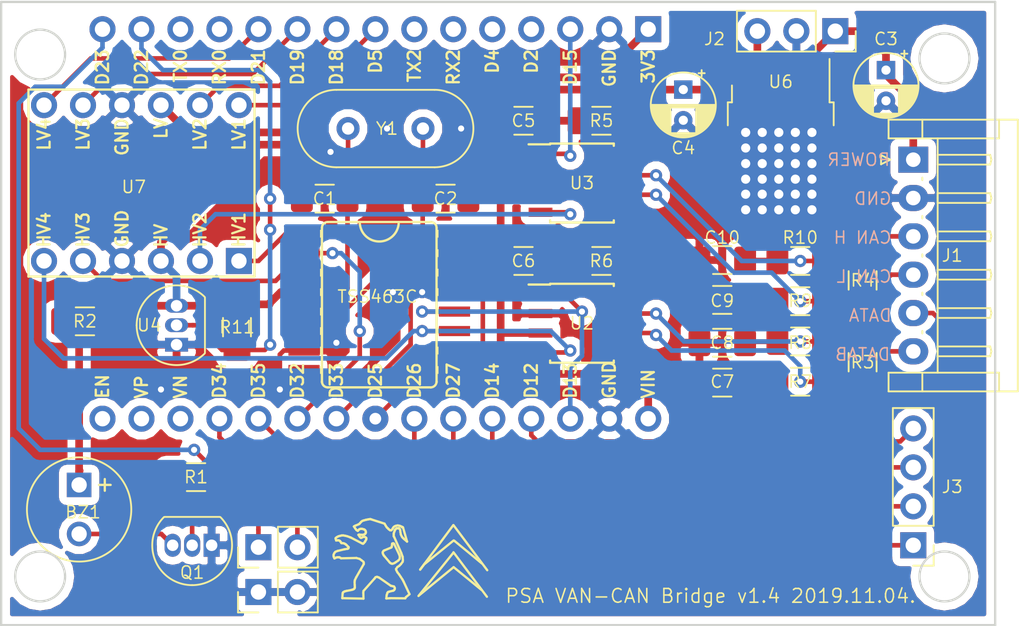
<source format=kicad_pcb>
(kicad_pcb (version 20171130) (host pcbnew "(5.0.0)")
  (layers (0 F.Cu signal) (31 B.Cu signal) (34 B.Paste user) (35 F.Paste user) (36 B.SilkS user) (37 F.SilkS user) (38 B.Mask user) (39 F.Mask user) (44 Edge.Cuts user))
  (net 0 "")
  (net 1 "Net-(U1-Pad14)")
  (net 2 "Net-(U1-Pad10)")
  (net 3 "Net-(U1-Pad9)")
  (net 4 "Net-(U1-Pad8)")
  (net 5 "Net-(U2-Pad5)")
  (net 6 GNDD)
  (net 7 "Net-(C2-Pad1)")
  (net 8 "Net-(C1-Pad1)")
  (net 9 5V)
  (net 10 /MOSI)
  (net 11 /SCK)
  (net 12 /CS_VAN)
  (net 13 /MISO)
  (net 14 /DATAB)
  (net 15 /DATA)
  (net 16 /CANL)
  (net 17 /CANH)
  (net 18 /+12V)
  (net 19 "Net-(U3-Pad5)")
  (net 20 "Net-(U5-Pad1)")
  (net 21 "Net-(U5-Pad2)")
  (net 22 "Net-(U5-Pad3)")
  (net 23 "Net-(U5-Pad18)")
  (net 24 "Net-(U5-Pad19)")
  (net 25 "Net-(U5-Pad20)")
  (net 26 "Net-(U5-Pad21)")
  (net 27 "Net-(U5-Pad22)")
  (net 28 "Net-(U5-Pad23)")
  (net 29 "Net-(U5-Pad24)")
  (net 30 "Net-(U5-Pad25)")
  (net 31 "Net-(U5-Pad26)")
  (net 32 "Net-(U5-Pad27)")
  (net 33 /3V3)
  (net 34 /VAN_RX)
  (net 35 /CAN_TX)
  (net 36 /CAN_RX)
  (net 37 /VAN_TX)
  (net 38 /BZ)
  (net 39 "Net-(Q1-Pad2)")
  (net 40 "Net-(BZ1-Pad1)")
  (net 41 "Net-(BZ1-Pad2)")
  (net 42 /Temp)
  (net 43 "Net-(C7-Pad2)")
  (net 44 "Net-(C8-Pad2)")
  (net 45 "Net-(C9-Pad2)")
  (net 46 "Net-(C10-Pad2)")
  (net 47 "Net-(J3-Pad4)")
  (net 48 "Net-(J3-Pad3)")
  (net 49 "Net-(J3-Pad2)")
  (net 50 "Net-(J3-Pad1)")
  (net 51 /IRQ)
  (net 52 "Net-(R5-Pad1)")
  (net 53 "Net-(R6-Pad1)")
  (net 54 "Net-(J4-Pad1)")
  (net 55 "Net-(J4-Pad2)")
  (module Connector_PinHeader_2.54mm:PinHeader_1x02_P2.54mm_Vertical (layer F.Cu) (at 67.564 89.408 90)
    (fp_text reference J5 hide)
    (fp_text value Conn_01x02_Male)
    (pad 1 thru_hole rect (at 0 0 90) (size 1.7 1.7) (drill 1) (layers *.Cu *.Mask) (net 6 GNDD))
    (pad 2 thru_hole oval (at 0 2.54 90) (size 1.7 1.7) (drill 1) (layers *.Cu *.Mask) (net 6 GNDD))
  )
  (module Connector_PinHeader_2.54mm:PinHeader_1x02_P2.54mm_Vertical (layer F.Cu) (at 67.564 86.487 90)
    (fp_text reference J4 hide)
    (fp_text value Conn_01x02_Male)
    (pad 1 thru_hole rect (at 0 0 90) (size 1.7 1.7) (drill 1) (layers *.Cu *.Mask) (net 54 "Net-(J4-Pad1)"))
    (pad 2 thru_hole oval (at 0 2.54 90) (size 1.7 1.7) (drill 1) (layers *.Cu *.Mask) (net 55 "Net-(J4-Pad2)"))
  )
  (module PSAVanCanBridge_v14:ESP32_shield (layer F.Cu) (at 73.914 64.135 90)
    (fp_text reference U5 hide)
    (fp_text value ESP32)
    (fp_text user D23 (at 8.947143 -16.51 90) (layer F.SilkS) (effects (font (size 0.8 0.8))))
    (fp_text user EN (at -11.868095 -16.51 90) (layer F.SilkS) (effects (font (size 0.8 0.8))))
    (fp_text user VP (at -11.90619 -13.97 90) (layer F.SilkS) (effects (font (size 0.8 0.8))))
    (fp_text user VN (at -11.887142 -11.43 90) (layer F.SilkS) (effects (font (size 0.8 0.8))))
    (fp_text user D34 (at -11.487142 -8.89 90) (layer F.SilkS) (effects (font (size 0.8 0.8))))
    (fp_text user D35 (at -11.487142 -6.35 90) (layer F.SilkS) (effects (font (size 0.8 0.8))))
    (fp_text user D32 (at -11.487142 -3.81 90) (layer F.SilkS) (effects (font (size 0.8 0.8))))
    (fp_text user D33 (at -11.487142 -1.27 90) (layer F.SilkS) (effects (font (size 0.8 0.8))))
    (fp_text user D25 (at -11.487142 1.27 90) (layer F.SilkS) (effects (font (size 0.8 0.8))))
    (fp_text user D26 (at -11.487142 3.81 90) (layer F.SilkS) (effects (font (size 0.8 0.8))))
    (fp_text user D27 (at -11.487142 6.35 90) (layer F.SilkS) (effects (font (size 0.8 0.8))))
    (fp_text user D14 (at -11.487142 8.89 90) (layer F.SilkS) (effects (font (size 0.8 0.8))))
    (fp_text user D12 (at -11.487142 11.43 90) (layer F.SilkS) (effects (font (size 0.8 0.8))))
    (fp_text user D13 (at -11.487142 13.97 90) (layer F.SilkS) (effects (font (size 0.8 0.8))))
    (fp_text user GND (at -11.43 16.51 90) (layer F.SilkS) (effects (font (size 0.8 0.8))))
    (fp_text user VIN (at -11.696666 19.05 90) (layer F.SilkS) (effects (font (size 0.8 0.8))))
    (fp_text user D22 (at 8.947143 -13.97 90) (layer F.SilkS) (effects (font (size 0.8 0.8))))
    (fp_text user TX0 (at 9.042381 -11.43 90) (layer F.SilkS) (effects (font (size 0.8 0.8))))
    (fp_text user RX0 (at 8.947143 -8.89 90) (layer F.SilkS) (effects (font (size 0.8 0.8))))
    (fp_text user D21 (at 8.947143 -6.35 90) (layer F.SilkS) (effects (font (size 0.8 0.8))))
    (fp_text user D19 (at 8.947143 -3.81 90) (layer F.SilkS) (effects (font (size 0.8 0.8))))
    (fp_text user D18 (at 8.947143 -1.27 90) (layer F.SilkS) (effects (font (size 0.8 0.8))))
    (fp_text user D5 (at 9.328095 1.27 90) (layer F.SilkS) (effects (font (size 0.8 0.8))))
    (fp_text user TX2 (at 9.042381 3.81 90) (layer F.SilkS) (effects (font (size 0.8 0.8))))
    (fp_text user RX2 (at 8.947143 6.35 90) (layer F.SilkS) (effects (font (size 0.8 0.8))))
    (fp_text user D4 (at 9.328095 8.89 90) (layer F.SilkS) (effects (font (size 0.8 0.8))))
    (fp_text user D2 (at 9.328095 11.43 90) (layer F.SilkS) (effects (font (size 0.8 0.8))))
    (fp_text user D15 (at 8.947143 13.97 90) (layer F.SilkS) (effects (font (size 0.8 0.8))))
    (fp_text user GND (at 8.89 16.51 90) (layer F.SilkS) (effects (font (size 0.8 0.8))))
    (fp_text user 3V3 (at 9.004286 19.05 90) (layer F.SilkS) (effects (font (size 0.8 0.8))))
    (pad 1 thru_hole circle (at -13.97 -16.51 90) (size 1.7 1.7) (drill 1) (layers *.Cu *.Mask) (net 20 "Net-(U5-Pad1)"))
    (pad 2 thru_hole circle (at -13.97 -13.97 90) (size 1.7 1.7) (drill 1) (layers *.Cu *.Mask) (net 21 "Net-(U5-Pad2)"))
    (pad 3 thru_hole circle (at -13.97 -11.43 90) (size 1.7 1.7) (drill 1) (layers *.Cu *.Mask) (net 22 "Net-(U5-Pad3)"))
    (pad 4 thru_hole circle (at -13.97 -8.89 90) (size 1.7 1.7) (drill 1) (layers *.Cu *.Mask) (net 54 "Net-(J4-Pad1)"))
    (pad 5 thru_hole circle (at -13.97 -6.35 90) (size 1.7 1.7) (drill 1) (layers *.Cu *.Mask) (net 55 "Net-(J4-Pad2)"))
    (pad 6 thru_hole circle (at -13.97 -3.81 90) (size 1.7 1.7) (drill 1) (layers *.Cu *.Mask) (net 12 /CS_VAN))
    (pad 7 thru_hole circle (at -13.97 -1.27 90) (size 1.7 1.7) (drill 1) (layers *.Cu *.Mask) (net 10 /MOSI))
    (pad 8 thru_hole circle (at -13.97 1.27 90) (size 1.7 1.7) (drill 0.762) (layers *.Cu *.Mask) (net 11 /SCK))
    (pad 9 thru_hole circle (at -13.97 3.81 90) (size 1.7 1.7) (drill 1) (layers *.Cu *.Mask) (net 50 "Net-(J3-Pad1)"))
    (pad 10 thru_hole circle (at -13.97 6.35 90) (size 1.7 1.7) (drill 1) (layers *.Cu *.Mask) (net 49 "Net-(J3-Pad2)"))
    (pad 11 thru_hole circle (at -13.97 8.89 90) (size 1.7 1.7) (drill 1) (layers *.Cu *.Mask) (net 48 "Net-(J3-Pad3)"))
    (pad 12 thru_hole circle (at -13.97 11.43 90) (size 1.7 1.7) (drill 1) (layers *.Cu *.Mask) (net 47 "Net-(J3-Pad4)"))
    (pad 13 thru_hole circle (at -13.97 13.97 90) (size 1.7 1.7) (drill 1) (layers *.Cu *.Mask) (net 37 /VAN_TX))
    (pad 14 thru_hole circle (at -13.97 16.51 90) (size 1.7 1.7) (drill 1) (layers *.Cu *.Mask) (net 6 GNDD))
    (pad 15 thru_hole circle (at -13.97 19.05 90) (size 1.7 1.7) (drill 1) (layers *.Cu *.Mask) (net 9 5V))
    (pad 16 thru_hole circle (at 11.43 -16.51 90) (size 1.7 1.7) (drill 1) (layers *.Cu *.Mask) (net 38 /BZ))
    (pad 17 thru_hole circle (at 11.43 -13.97 90) (size 1.7 1.7) (drill 1) (layers *.Cu *.Mask) (net 42 /Temp))
    (pad 18 thru_hole circle (at 11.43 -11.43 90) (size 1.7 1.7) (drill 1) (layers *.Cu *.Mask) (net 23 "Net-(U5-Pad18)"))
    (pad 19 thru_hole circle (at 11.43 -8.89 90) (size 1.7 1.7) (drill 1) (layers *.Cu *.Mask) (net 24 "Net-(U5-Pad19)"))
    (pad 20 thru_hole circle (at 11.43 -6.35 90) (size 1.7 1.7) (drill 1) (layers *.Cu *.Mask) (net 25 "Net-(U5-Pad20)"))
    (pad 21 thru_hole oval (at 11.43 -3.81 90) (size 1.7 1.7) (drill 1) (layers *.Cu *.Mask) (net 26 "Net-(U5-Pad21)"))
    (pad 22 thru_hole circle (at 11.43 -1.27 90) (size 1.7 1.7) (drill 1) (layers *.Cu *.Mask) (net 27 "Net-(U5-Pad22)"))
    (pad 23 thru_hole circle (at 11.43 1.27 90) (size 1.7 1.7) (drill 1) (layers *.Cu *.Mask) (net 28 "Net-(U5-Pad23)"))
    (pad 24 thru_hole circle (at 11.43 3.81 90) (size 1.7 1.7) (drill 1) (layers *.Cu *.Mask) (net 29 "Net-(U5-Pad24)"))
    (pad 25 thru_hole circle (at 11.43 6.35 90) (size 1.7 1.7) (drill 1) (layers *.Cu *.Mask) (net 30 "Net-(U5-Pad25)"))
    (pad 26 thru_hole circle (at 11.43 8.89 90) (size 1.7 1.7) (drill 1) (layers *.Cu *.Mask) (net 31 "Net-(U5-Pad26)"))
    (pad 27 thru_hole circle (at 11.43 11.43 90) (size 1.7 1.7) (drill 1) (layers *.Cu *.Mask) (net 32 "Net-(U5-Pad27)"))
    (pad 28 thru_hole circle (at 11.43 13.97 90) (size 1.7 1.7) (drill 1) (layers *.Cu *.Mask) (net 35 /CAN_TX))
    (pad 29 thru_hole circle (at 11.43 16.51 90) (size 1.7 1.7) (drill 1) (layers *.Cu *.Mask) (net 6 GNDD))
    (pad 30 thru_hole rect (at 11.43 19.05 90) (size 1.7 1.7) (drill 1) (layers *.Cu *.Mask) (net 33 /3V3))
  )
  (module PSAVanCanBridge_v14:LevelShifter4_shield (layer F.Cu) (at 59.944 62.992 270)
    (fp_text reference U7 (at 0 0.5) (layer F.SilkS) (effects (font (size 0.8 0.8) (thickness 0.1))))
    (fp_text value LevelShifter4Shield)
    (fp_text user HV4 (at 2.794 6.35 270) (layer F.SilkS) (effects (font (size 0.8 0.8))))
    (fp_text user HV3 (at 2.794 3.81 270) (layer F.SilkS) (effects (font (size 0.8 0.8))))
    (fp_text user GND (at 2.717809 1.27 270) (layer F.SilkS) (effects (font (size 0.8 0.8))))
    (fp_text user HV (at 3.174952 -1.27 270) (layer F.SilkS) (effects (font (size 0.8 0.8))))
    (fp_text user HV2 (at 2.794 -3.81 270) (layer F.SilkS) (effects (font (size 0.8 0.8))))
    (fp_text user HV1 (at 2.794 -6.35 270) (layer F.SilkS) (effects (font (size 0.8 0.8))))
    (fp_text user LV4 (at -3.429047 6.35 270) (layer F.SilkS) (effects (font (size 0.8 0.8))))
    (fp_text user LV3 (at -3.429047 3.81 270) (layer F.SilkS) (effects (font (size 0.8 0.8))))
    (fp_text user GND (at -3.257619 1.27 270) (layer F.SilkS) (effects (font (size 0.8 0.8))))
    (fp_text user LV (at -3.81 -1.27 270) (layer F.SilkS) (effects (font (size 0.8 0.8))))
    (fp_text user LV2 (at -3.429047 -3.81 270) (layer F.SilkS) (effects (font (size 0.8 0.8))))
    (fp_text user LV1 (at -3.429047 -6.35 270) (layer F.SilkS) (effects (font (size 0.8 0.8))))
    (pad 12 thru_hole circle (at 4.826 6.35 270) (size 1.7 1.7) (drill 1) (layers *.Cu *.Mask) (net 34 /VAN_RX))
    (pad 11 thru_hole circle (at 4.826 3.81 270) (size 1.7 1.7) (drill 1) (layers *.Cu *.Mask) (net 51 /IRQ))
    (pad 10 thru_hole circle (at 4.826 1.27 270) (size 1.7 1.7) (drill 1) (layers *.Cu *.Mask) (net 6 GNDD))
    (pad 9 thru_hole circle (at 4.826 -1.27 270) (size 1.7 1.7) (drill 1) (layers *.Cu *.Mask) (net 9 5V))
    (pad 8 thru_hole circle (at 4.826 -3.81 270) (size 1.7 1.7) (drill 1) (layers *.Cu *.Mask) (net 36 /CAN_RX))
    (pad 7 thru_hole rect (at 4.826 -6.35 270) (size 1.7 1.7) (drill 1) (layers *.Cu *.Mask) (net 13 /MISO))
    (pad 6 thru_hole circle (at -5.334 6.35 270) (size 1.7 1.7) (drill 1) (layers *.Cu *.Mask) (net 25 "Net-(U5-Pad20)"))
    (pad 5 thru_hole circle (at -5.334 3.81 270) (size 1.7 1.7) (drill 1) (layers *.Cu *.Mask) (net 26 "Net-(U5-Pad21)"))
    (pad 4 thru_hole circle (at -5.334 1.27 270) (size 1.7 1.7) (drill 1) (layers *.Cu *.Mask) (net 6 GNDD))
    (pad 3 thru_hole circle (at -5.334 -1.27 270) (size 1.7 1.7) (drill 1) (layers *.Cu *.Mask) (net 33 /3V3))
    (pad 2 thru_hole circle (at -5.334 -3.81 270) (size 1.7 1.7) (drill 1) (layers *.Cu *.Mask) (net 27 "Net-(U5-Pad22)"))
    (pad 1 thru_hole circle (at -5.334 -6.35 270) (size 1.7 1.7) (drill 1) (layers *.Cu *.Mask) (net 28 "Net-(U5-Pad23)"))
  )
  (module Connector_PinHeader_2.54mm:PinHeader_1x04_P2.54mm_Vertical (layer F.Cu) (at 110.236 86.36 180)
    (fp_text reference J3 (at -2.54 3.81 180) (layer F.SilkS) (effects (font (size 0.8 0.8) (thickness 0.1))))
    (fp_text value Conn_01x04_Male)
    (pad 1 thru_hole rect (at 0 0 180) (size 1.7 1.7) (drill 1) (layers *.Cu *.Mask) (net 50 "Net-(J3-Pad1)"))
    (pad 2 thru_hole oval (at 0 2.54 180) (size 1.7 1.7) (drill 1) (layers *.Cu *.Mask) (net 49 "Net-(J3-Pad2)"))
    (pad 3 thru_hole oval (at 0 5.08 180) (size 1.7 1.7) (drill 1) (layers *.Cu *.Mask) (net 48 "Net-(J3-Pad3)"))
    (pad 4 thru_hole oval (at 0 7.62 180) (size 1.7 1.7) (drill 1) (layers *.Cu *.Mask) (net 47 "Net-(J3-Pad4)"))
  )
  (module Resistor_SMD:R_1206_3216Metric_Pad1.42x1.75mm_HandSolder (layer F.Cu) (at 66.167 72.136 270)
    (fp_text reference R11 (at 0 0) (layer F.SilkS) (effects (font (size 0.8 0.8) (thickness 0.1))))
    (fp_text value 4.7K)
    (pad 1 smd roundrect (at -1.4875 0 270) (size 1.425 1.75) (layers F.Cu F.Paste F.Mask) (roundrect_rratio 0.175439) (net 9 5V))
    (pad 2 smd roundrect (at 1.4875 0 270) (size 1.425 1.75) (layers F.Cu F.Paste F.Mask) (roundrect_rratio 0.175439) (net 42 /Temp))
  )
  (module Capacitor_SMD:C_1206_3216Metric_Pad1.42x1.75mm_HandSolder (layer F.Cu) (at 84.836 58.674 180)
    (fp_text reference C5 (at 0 0 180) (layer F.SilkS) (effects (font (size 0.8 0.8) (thickness 0.1))))
    (fp_text value 0.1uF)
    (pad 2 smd roundrect (at 1.4875 0 180) (size 1.425 1.75) (layers F.Cu F.Paste F.Mask) (roundrect_rratio 0.175439) (net 9 5V))
    (pad 1 smd roundrect (at -1.4875 0 180) (size 1.425 1.75) (layers F.Cu F.Paste F.Mask) (roundrect_rratio 0.175439) (net 6 GNDD))
  )
  (module Capacitor_SMD:C_1206_3216Metric_Pad1.42x1.75mm_HandSolder (layer F.Cu) (at 84.836 67.818 180)
    (fp_text reference C6 (at 0 0 180) (layer F.SilkS) (effects (font (size 0.8 0.8) (thickness 0.1))))
    (fp_text value 0.1uF)
    (pad 1 smd roundrect (at -1.4875 0 180) (size 1.425 1.75) (layers F.Cu F.Paste F.Mask) (roundrect_rratio 0.175439) (net 6 GNDD))
    (pad 2 smd roundrect (at 1.4875 0 180) (size 1.425 1.75) (layers F.Cu F.Paste F.Mask) (roundrect_rratio 0.175439) (net 9 5V))
  )
  (module Capacitor_SMD:C_1206_3216Metric_Pad1.42x1.75mm_HandSolder (layer F.Cu) (at 97.79 75.752)
    (fp_text reference C7 (at 0 -0.06) (layer F.SilkS) (effects (font (size 0.8 0.8) (thickness 0.1))))
    (fp_text value 560pF)
    (pad 2 smd roundrect (at 1.4875 0) (size 1.425 1.75) (layers F.Cu F.Paste F.Mask) (roundrect_rratio 0.175439) (net 43 "Net-(C7-Pad2)"))
    (pad 1 smd roundrect (at -1.4875 0) (size 1.425 1.75) (layers F.Cu F.Paste F.Mask) (roundrect_rratio 0.175439) (net 6 GNDD))
  )
  (module Capacitor_SMD:C_1206_3216Metric_Pad1.42x1.75mm_HandSolder (layer F.Cu) (at 97.79 73.152)
    (fp_text reference C8 (at 0 0) (layer F.SilkS) (effects (font (size 0.8 0.8) (thickness 0.1))))
    (fp_text value 560pF)
    (pad 2 smd roundrect (at 1.4875 0) (size 1.425 1.75) (layers F.Cu F.Paste F.Mask) (roundrect_rratio 0.175439) (net 44 "Net-(C8-Pad2)"))
    (pad 1 smd roundrect (at -1.4875 0) (size 1.425 1.75) (layers F.Cu F.Paste F.Mask) (roundrect_rratio 0.175439) (net 6 GNDD))
  )
  (module Capacitor_SMD:C_1206_3216Metric_Pad1.42x1.75mm_HandSolder (layer F.Cu) (at 97.79 70.358)
    (fp_text reference C9 (at 0 0.06) (layer F.SilkS) (effects (font (size 0.8 0.8) (thickness 0.1))))
    (fp_text value 560pF)
    (pad 1 smd roundrect (at -1.4875 0) (size 1.425 1.75) (layers F.Cu F.Paste F.Mask) (roundrect_rratio 0.175439) (net 6 GNDD))
    (pad 2 smd roundrect (at 1.4875 0) (size 1.425 1.75) (layers F.Cu F.Paste F.Mask) (roundrect_rratio 0.175439) (net 45 "Net-(C9-Pad2)"))
  )
  (module Capacitor_SMD:C_1206_3216Metric_Pad1.42x1.75mm_HandSolder (layer F.Cu) (at 97.79 67.758)
    (fp_text reference C10 (at 0 -1.464) (layer F.SilkS) (effects (font (size 0.8 0.8) (thickness 0.1))))
    (fp_text value 560pF)
    (pad 2 smd roundrect (at 1.4875 0) (size 1.425 1.75) (layers F.Cu F.Paste F.Mask) (roundrect_rratio 0.175439) (net 46 "Net-(C10-Pad2)"))
    (pad 1 smd roundrect (at -1.4875 0) (size 1.425 1.75) (layers F.Cu F.Paste F.Mask) (roundrect_rratio 0.175439) (net 6 GNDD))
  )
  (module Resistor_SMD:R_1206_3216Metric_Pad1.42x1.75mm_HandSolder (layer F.Cu) (at 102.87 67.818 180)
    (fp_text reference R10 (at 0 1.524 180) (layer F.SilkS) (effects (font (size 0.8 0.8) (thickness 0.1))))
    (fp_text value 100)
    (pad 2 smd roundrect (at 1.4875 0 180) (size 1.425 1.75) (layers F.Cu F.Paste F.Mask) (roundrect_rratio 0.175439) (net 46 "Net-(C10-Pad2)"))
    (pad 1 smd roundrect (at -1.4875 0 180) (size 1.425 1.75) (layers F.Cu F.Paste F.Mask) (roundrect_rratio 0.175439) (net 17 /CANH))
  )
  (module Resistor_SMD:R_1206_3216Metric_Pad1.42x1.75mm_HandSolder (layer F.Cu) (at 102.87 70.442666 180)
    (fp_text reference R9 (at 0 0.024666 180) (layer F.SilkS) (effects (font (size 0.8 0.8) (thickness 0.1))))
    (fp_text value 100)
    (pad 1 smd roundrect (at -1.4875 0 180) (size 1.425 1.75) (layers F.Cu F.Paste F.Mask) (roundrect_rratio 0.175439) (net 16 /CANL))
    (pad 2 smd roundrect (at 1.4875 0 180) (size 1.425 1.75) (layers F.Cu F.Paste F.Mask) (roundrect_rratio 0.175439) (net 45 "Net-(C9-Pad2)"))
  )
  (module Resistor_SMD:R_1206_3216Metric_Pad1.42x1.75mm_HandSolder (layer F.Cu) (at 102.87 73.067332 180)
    (fp_text reference R8 (at 0 -0.084668 180) (layer F.SilkS) (effects (font (size 0.8 0.8) (thickness 0.1))))
    (fp_text value 100)
    (pad 2 smd roundrect (at 1.4875 0 180) (size 1.425 1.75) (layers F.Cu F.Paste F.Mask) (roundrect_rratio 0.175439) (net 44 "Net-(C8-Pad2)"))
    (pad 1 smd roundrect (at -1.4875 0 180) (size 1.425 1.75) (layers F.Cu F.Paste F.Mask) (roundrect_rratio 0.175439) (net 14 /DATAB))
  )
  (module Package_TO_SOT_THT:TO-92_Inline (layer F.Cu) (at 62.23 73.279 90)
    (fp_text reference U4 (at 1.27 -1.778 180) (layer F.SilkS) (effects (font (size 0.8 0.8) (thickness 0.1))))
    (fp_text value DS18B20)
    (pad 2 thru_hole oval (at 1.27 0 90) (size 0.9 1.5) (drill 0.75) (layers *.Cu *.Mask) (net 42 /Temp))
    (pad 3 thru_hole oval (at 2.54 0 90) (size 0.9 1.5) (drill 0.75) (layers *.Cu *.Mask) (net 9 5V))
    (pad 1 thru_hole rect (at 0 0 90) (size 0.9 1.5) (drill 0.75) (layers *.Cu *.Mask) (net 6 GNDD))
  )
  (module Resistor_SMD:R_1206_3216Metric_Pad1.42x1.75mm_HandSolder (layer F.Cu) (at 102.87 75.692 180)
    (fp_text reference R7 (at 0 0 180) (layer F.SilkS) (effects (font (size 0.8 0.8) (thickness 0.1))))
    (fp_text value 100)
    (pad 2 smd roundrect (at 1.4875 0 180) (size 1.425 1.75) (layers F.Cu F.Paste F.Mask) (roundrect_rratio 0.175439) (net 43 "Net-(C7-Pad2)"))
    (pad 1 smd roundrect (at -1.4875 0 180) (size 1.425 1.75) (layers F.Cu F.Paste F.Mask) (roundrect_rratio 0.175439) (net 15 /DATA))
  )
  (module Buzzer_Beeper:MagneticBuzzer_Kingstate_KCG0601 (layer F.Cu) (at 55.88 82.423 270)
    (fp_text reference BZ1 (at 1.778 -0.254) (layer F.SilkS) (effects (font (size 0.8 0.8) (thickness 0.1))))
    (fp_text value Buzzer)
    (fp_text user + (at 0 -1.6 270) (layer F.SilkS))
    (pad 2 thru_hole circle (at 3.2 0 270) (size 1.6 1.6) (drill 1) (layers *.Cu *.Mask) (net 41 "Net-(BZ1-Pad2)"))
    (pad 1 thru_hole rect (at 0 0 270) (size 1.6 1.6) (drill 1) (layers *.Cu *.Mask) (net 40 "Net-(BZ1-Pad1)"))
  )
  (module Package_TO_SOT_THT:TO-92_Inline (layer F.Cu) (at 64.516 86.36 180)
    (fp_text reference Q1 (at 1.27 -1.778 180) (layer F.SilkS) (effects (font (size 0.8 0.8) (thickness 0.1))))
    (fp_text value PN2222A)
    (pad 1 thru_hole rect (at 0 0 180) (size 1.05 1.5) (drill 0.75) (layers *.Cu *.Mask) (net 6 GNDD))
    (pad 3 thru_hole oval (at 2.54 0 180) (size 1.05 1.5) (drill 0.75) (layers *.Cu *.Mask) (net 41 "Net-(BZ1-Pad2)"))
    (pad 2 thru_hole oval (at 1.27 0 180) (size 1.05 1.5) (drill 0.75) (layers *.Cu *.Mask) (net 39 "Net-(Q1-Pad2)"))
  )
  (module Resistor_SMD:R_1206_3216Metric_Pad1.42x1.75mm_HandSolder (layer F.Cu) (at 89.916 67.818 180)
    (fp_text reference R6 (at 0 0 180) (layer F.SilkS) (effects (font (size 0.8 0.8) (thickness 0.1))))
    (fp_text value 4.7K)
    (pad 1 smd roundrect (at -1.4875 0 180) (size 1.425 1.75) (layers F.Cu F.Paste F.Mask) (roundrect_rratio 0.175439) (net 53 "Net-(R6-Pad1)"))
    (pad 2 smd roundrect (at 1.4875 0 180) (size 1.425 1.75) (layers F.Cu F.Paste F.Mask) (roundrect_rratio 0.175439) (net 6 GNDD))
  )
  (module Resistor_SMD:R_1206_3216Metric_Pad1.42x1.75mm_HandSolder (layer F.Cu) (at 89.916 58.674 180)
    (fp_text reference R5 (at 0 0 180) (layer F.SilkS) (effects (font (size 0.8 0.8) (thickness 0.1))))
    (fp_text value 4.7K)
    (pad 2 smd roundrect (at 1.4875 0 180) (size 1.425 1.75) (layers F.Cu F.Paste F.Mask) (roundrect_rratio 0.175439) (net 6 GNDD))
    (pad 1 smd roundrect (at -1.4875 0 180) (size 1.425 1.75) (layers F.Cu F.Paste F.Mask) (roundrect_rratio 0.175439) (net 52 "Net-(R5-Pad1)"))
  )
  (module Package_SO:SOIC-8_3.9x4.9mm_P1.27mm (layer F.Cu) (at 88.646 62.738)
    (fp_text reference U3 (at 0 0) (layer F.SilkS) (effects (font (size 0.8 0.8) (thickness 0.1))))
    (fp_text value MCP2551-I-SN)
    (pad 8 smd rect (at 2.7 -1.905) (size 1.55 0.6) (layers F.Cu F.Paste F.Mask) (net 52 "Net-(R5-Pad1)"))
    (pad 7 smd rect (at 2.7 -0.635) (size 1.55 0.6) (layers F.Cu F.Paste F.Mask) (net 17 /CANH))
    (pad 6 smd rect (at 2.7 0.635) (size 1.55 0.6) (layers F.Cu F.Paste F.Mask) (net 16 /CANL))
    (pad 5 smd rect (at 2.7 1.905) (size 1.55 0.6) (layers F.Cu F.Paste F.Mask) (net 19 "Net-(U3-Pad5)"))
    (pad 4 smd rect (at -2.7 1.905) (size 1.55 0.6) (layers F.Cu F.Paste F.Mask) (net 36 /CAN_RX))
    (pad 3 smd rect (at -2.7 0.635) (size 1.55 0.6) (layers F.Cu F.Paste F.Mask) (net 9 5V))
    (pad 2 smd rect (at -2.7 -0.635) (size 1.55 0.6) (layers F.Cu F.Paste F.Mask) (net 6 GNDD))
    (pad 1 smd rect (at -2.7 -1.905) (size 1.55 0.6) (layers F.Cu F.Paste F.Mask) (net 35 /CAN_TX))
  )
  (module Capacitor_THT:CP_Radial_D4.0mm_P2.00mm (layer F.Cu) (at 108.458 55.372 270)
    (fp_text reference C3 (at -2.032 0) (layer F.SilkS) (effects (font (size 0.8 0.8) (thickness 0.1))))
    (fp_text value 0.33uF)
    (pad 2 thru_hole circle (at 2 0 270) (size 1.2 1.2) (drill 0.6) (layers *.Cu *.Mask) (net 6 GNDD))
    (pad 1 thru_hole rect (at 0 0 270) (size 1.2 1.2) (drill 0.6) (layers *.Cu *.Mask) (net 18 /+12V))
  )
  (module Capacitor_THT:CP_Radial_D4.0mm_P2.00mm (layer F.Cu) (at 95.25 56.642 270)
    (fp_text reference C4 (at 3.81 0) (layer F.SilkS) (effects (font (size 0.8 0.8) (thickness 0.1))))
    (fp_text value 0.1uF)
    (pad 1 thru_hole rect (at 0 0 270) (size 1.2 1.2) (drill 0.6) (layers *.Cu *.Mask) (net 9 5V))
    (pad 2 thru_hole circle (at 2 0 270) (size 1.2 1.2) (drill 0.6) (layers *.Cu *.Mask) (net 6 GNDD))
  )
  (module Connector_PinSocket_2.54mm:PinSocket_1x03_P2.54mm_Vertical (layer F.Cu) (at 105.156 52.832 270)
    (fp_text reference J2 (at 0.508 7.874) (layer F.SilkS) (effects (font (size 0.8 0.8) (thickness 0.1))))
    (fp_text value Conn_01x03_Male)
    (pad 1 thru_hole rect (at 0 0 270) (size 1.7 1.7) (drill 1) (layers *.Cu *.Mask) (net 18 /+12V))
    (pad 2 thru_hole oval (at 0 2.54 270) (size 1.7 1.7) (drill 1) (layers *.Cu *.Mask) (net 6 GNDD))
    (pad 3 thru_hole oval (at 0 5.08 270) (size 1.7 1.7) (drill 1) (layers *.Cu *.Mask) (net 9 5V))
  )
  (module Crystal:Crystal_HC49-4H_Vertical (layer F.Cu) (at 73.406 59.182)
    (fp_text reference Y1 (at 2.54 0) (layer F.SilkS) (effects (font (size 0.8 0.8) (thickness 0.1))))
    (fp_text value 8MHz)
    (pad 1 thru_hole circle (at 0 0) (size 1.5 1.5) (drill 0.8) (layers *.Cu *.Mask) (net 8 "Net-(C1-Pad1)"))
    (pad 2 thru_hole circle (at 4.88 0) (size 1.5 1.5) (drill 0.8) (layers *.Cu *.Mask) (net 7 "Net-(C2-Pad1)"))
  )
  (module Connector_JST:JST_EH_S06B-EH_1x06_P2.50mm_Horizontal (layer F.Cu) (at 110.236 61.214 270)
    (fp_text reference J1 (at 6.25 -2.54) (layer F.SilkS) (effects (font (size 0.8 0.8) (thickness 0.1))))
    (fp_text value Conn_01x06_Male)
    (pad 6 thru_hole oval (at 12.5 0 270) (size 1.7 1.95) (drill 0.95) (layers *.Cu *.Mask) (net 14 /DATAB))
    (pad 5 thru_hole oval (at 10 0 270) (size 1.7 1.95) (drill 0.95) (layers *.Cu *.Mask) (net 15 /DATA))
    (pad 4 thru_hole oval (at 7.5 0 270) (size 1.7 1.95) (drill 0.95) (layers *.Cu *.Mask) (net 16 /CANL))
    (pad 3 thru_hole oval (at 5 0 270) (size 1.7 1.95) (drill 0.95) (layers *.Cu *.Mask) (net 17 /CANH))
    (pad 2 thru_hole oval (at 2.5 0 270) (size 1.7 1.95) (drill 0.95) (layers *.Cu *.Mask) (net 6 GNDD))
    (pad 1 thru_hole rect (at 0 0 270) (size 1.7 1.95) (drill 0.95) (layers *.Cu *.Mask) (net 18 /+12V))
  )
  (module Resistor_SMD:R_1206_3216Metric_Pad1.42x1.75mm_HandSolder (layer F.Cu) (at 106.934 74.422 270)
    (fp_text reference R3 (at 0 0) (layer F.SilkS) (effects (font (size 0.8 0.8) (thickness 0.1))))
    (fp_text value 120)
    (pad 1 smd roundrect (at -1.4875 0 270) (size 1.425 1.75) (layers F.Cu F.Paste F.Mask) (roundrect_rratio 0.175439) (net 14 /DATAB))
    (pad 2 smd roundrect (at 1.4875 0 270) (size 1.425 1.75) (layers F.Cu F.Paste F.Mask) (roundrect_rratio 0.175439) (net 15 /DATA))
  )
  (module Resistor_SMD:R_1206_3216Metric_Pad1.42x1.75mm_HandSolder (layer F.Cu) (at 106.934 69.088 270)
    (fp_text reference R4 (at 0 0) (layer F.SilkS) (effects (font (size 0.8 0.8) (thickness 0.1))))
    (fp_text value 120)
    (pad 2 smd roundrect (at 1.4875 0 270) (size 1.425 1.75) (layers F.Cu F.Paste F.Mask) (roundrect_rratio 0.175439) (net 16 /CANL))
    (pad 1 smd roundrect (at -1.4875 0 270) (size 1.425 1.75) (layers F.Cu F.Paste F.Mask) (roundrect_rratio 0.175439) (net 17 /CANH))
  )
  (module Package_TO_SOT_SMD:TO-252-2 (layer F.Cu) (at 101.6 59.944 270)
    (fp_text reference U6 (at -3.81 0) (layer F.SilkS) (effects (font (size 0.8 0.8) (thickness 0.1))))
    (fp_text value LM7805_TO220)
    (pad 2 smd rect (at 2.1 0 270) (size 6.4 5.8) (layers F.Cu F.Mask) (net 6 GNDD))
    (pad 3 smd rect (at -4.2 2.28 270) (size 2.2 1.2) (layers F.Cu F.Paste F.Mask) (net 9 5V))
    (pad 1 smd rect (at -4.2 -2.28 270) (size 2.2 1.2) (layers F.Cu F.Paste F.Mask) (net 18 /+12V))
  )
  (module Resistor_SMD:R_1206_3216Metric_Pad1.42x1.75mm_HandSolder (layer F.Cu) (at 56.261 71.755)
    (fp_text reference R2 (at 0 0) (layer F.SilkS) (effects (font (size 0.8 0.8) (thickness 0.1))))
    (fp_text value 2.2K)
    (pad 1 smd roundrect (at -1.4875 0) (size 1.425 1.75) (layers F.Cu F.Paste F.Mask) (roundrect_rratio 0.175439) (net 40 "Net-(BZ1-Pad1)"))
    (pad 2 smd roundrect (at 1.4875 0) (size 1.425 1.75) (layers F.Cu F.Paste F.Mask) (roundrect_rratio 0.175439) (net 9 5V))
  )
  (module Capacitor_SMD:C_1206_3216Metric_Pad1.42x1.75mm_HandSolder (layer F.Cu) (at 79.756 63.754)
    (fp_text reference C2 (at 0 0) (layer F.SilkS) (effects (font (size 0.8 0.8) (thickness 0.1))))
    (fp_text value 22pF)
    (pad 2 smd roundrect (at 1.4875 0) (size 1.425 1.75) (layers F.Cu F.Paste F.Mask) (roundrect_rratio 0.175439) (net 6 GNDD))
    (pad 1 smd roundrect (at -1.4875 0) (size 1.425 1.75) (layers F.Cu F.Paste F.Mask) (roundrect_rratio 0.175439) (net 7 "Net-(C2-Pad1)"))
  )
  (module Capacitor_SMD:C_1206_3216Metric_Pad1.42x1.75mm_HandSolder (layer F.Cu) (at 71.882 63.754 180)
    (fp_text reference C1 (at 0 0 180) (layer F.SilkS) (effects (font (size 0.8 0.8) (thickness 0.1))))
    (fp_text value 22pF)
    (pad 1 smd roundrect (at -1.4875 0 180) (size 1.425 1.75) (layers F.Cu F.Paste F.Mask) (roundrect_rratio 0.175439) (net 8 "Net-(C1-Pad1)"))
    (pad 2 smd roundrect (at 1.4875 0 180) (size 1.425 1.75) (layers F.Cu F.Paste F.Mask) (roundrect_rratio 0.175439) (net 6 GNDD))
  )
  (module Package_SO:SOIC-8_3.9x4.9mm_P1.27mm (layer F.Cu) (at 88.646 71.882)
    (fp_text reference U2 (at 0 0) (layer F.SilkS) (effects (font (size 0.8 0.8) (thickness 0.1))))
    (fp_text value MCP2551-I-SN)
    (pad 8 smd rect (at 2.7 -1.905) (size 1.55 0.6) (layers F.Cu F.Paste F.Mask) (net 53 "Net-(R6-Pad1)"))
    (pad 7 smd rect (at 2.7 -0.635) (size 1.55 0.6) (layers F.Cu F.Paste F.Mask) (net 14 /DATAB))
    (pad 6 smd rect (at 2.7 0.635) (size 1.55 0.6) (layers F.Cu F.Paste F.Mask) (net 15 /DATA))
    (pad 5 smd rect (at 2.7 1.905) (size 1.55 0.6) (layers F.Cu F.Paste F.Mask) (net 5 "Net-(U2-Pad5)"))
    (pad 4 smd rect (at -2.7 1.905) (size 1.55 0.6) (layers F.Cu F.Paste F.Mask) (net 34 /VAN_RX))
    (pad 3 smd rect (at -2.7 0.635) (size 1.55 0.6) (layers F.Cu F.Paste F.Mask) (net 9 5V))
    (pad 2 smd rect (at -2.7 -0.635) (size 1.55 0.6) (layers F.Cu F.Paste F.Mask) (net 6 GNDD))
    (pad 1 smd rect (at -2.7 -1.905) (size 1.55 0.6) (layers F.Cu F.Paste F.Mask) (net 37 /VAN_TX))
  )
  (module Resistor_SMD:R_1206_3216Metric_Pad1.42x1.75mm_HandSolder (layer F.Cu) (at 63.5 81.915)
    (fp_text reference R1 (at 0 0) (layer F.SilkS) (effects (font (size 0.8 0.8) (thickness 0.1))))
    (fp_text value 2.2K)
    (pad 1 smd roundrect (at -1.4875 0) (size 1.425 1.75) (layers F.Cu F.Paste F.Mask) (roundrect_rratio 0.175439) (net 39 "Net-(Q1-Pad2)"))
    (pad 2 smd roundrect (at 1.4875 0) (size 1.425 1.75) (layers F.Cu F.Paste F.Mask) (roundrect_rratio 0.175439) (net 38 /BZ))
  )
  (module PSAVanCanBridge_v14:SO16L (layer F.Cu) (at 75.438 71.12 270)
    (fp_text reference U1 hide)
    (fp_text value TSS463C (at -0.508 2.794) (layer F.SilkS) (effects (font (size 0.8 0.8) (thickness 0.1)) (justify left bottom)))
    (pad 1 smd rect (at -5.08 4.9022 270) (size 0.6604 2.032) (layers F.Cu F.Paste F.Mask) (net 13 /MISO))
    (pad 2 smd rect (at -3.81 4.9022 270) (size 0.6604 2.032) (layers F.Cu F.Paste F.Mask) (net 12 /CS_VAN))
    (pad 3 smd rect (at -2.54 4.9022 270) (size 0.6604 2.032) (layers F.Cu F.Paste F.Mask) (net 51 /IRQ))
    (pad 4 smd rect (at -1.27 4.9022 270) (size 0.6604 2.032) (layers F.Cu F.Paste F.Mask) (net 9 5V))
    (pad 5 smd rect (at 0 4.9022 270) (size 0.6604 2.032) (layers F.Cu F.Paste F.Mask) (net 8 "Net-(C1-Pad1)"))
    (pad 6 smd rect (at 1.27 4.9022 270) (size 0.6604 2.032) (layers F.Cu F.Paste F.Mask) (net 7 "Net-(C2-Pad1)"))
    (pad 7 smd rect (at 2.54 4.9022 270) (size 0.6604 2.032) (layers F.Cu F.Paste F.Mask) (net 6 GNDD))
    (pad 8 smd rect (at 3.81 4.9022 270) (size 0.6604 2.032) (layers F.Cu F.Paste F.Mask) (net 4 "Net-(U1-Pad8)"))
    (pad 9 smd rect (at 3.81 -4.9022 270) (size 0.6604 2.032) (layers F.Cu F.Paste F.Mask) (net 3 "Net-(U1-Pad9)"))
    (pad 10 smd rect (at 2.54 -4.9022 270) (size 0.6604 2.032) (layers F.Cu F.Paste F.Mask) (net 2 "Net-(U1-Pad10)"))
    (pad 11 smd rect (at 1.27 -4.9022 270) (size 0.6604 2.032) (layers F.Cu F.Paste F.Mask) (net 34 /VAN_RX))
    (pad 12 smd rect (at 0 -4.9022 270) (size 0.6604 2.032) (layers F.Cu F.Paste F.Mask) (net 37 /VAN_TX))
    (pad 13 smd rect (at -1.27 -4.9022 270) (size 0.6604 2.032) (layers F.Cu F.Paste F.Mask) (net 6 GNDD))
    (pad 14 smd rect (at -2.54 -4.9022 270) (size 0.6604 2.032) (layers F.Cu F.Paste F.Mask) (net 1 "Net-(U1-Pad14)"))
    (pad 15 smd rect (at -3.81 -4.9022 270) (size 0.6604 2.032) (layers F.Cu F.Paste F.Mask) (net 11 /SCK))
    (pad 16 smd rect (at -5.08 -4.9022 270) (size 0.6604 2.032) (layers F.Cu F.Paste F.Mask) (net 10 /MOSI))
  )
  (module PSAVanCanBridge_v14:peugeot_logo (layer F.Cu) (at 74.93 87.249)
    (fp_text reference G*** hide)
    (fp_text value LOGO hide)
  )
  (module PSAVanCanBridge_v14:citroen_logo (layer F.Cu) (at 80.264 87.376)
    (fp_text reference G*** hide)
    (fp_text value LOGO hide)
  )
  (gr_text "PSA VAN-CAN Bridge v1.4 2019.11.04.\n" (at 97.028 89.662) (layer F.SilkS) (effects (font (size 0.9 0.9) (thickness 0.1))))
  (gr_text DATAB (at 106.934 73.914) (layer B.SilkS) (effects (font (size 0.8 0.8) (thickness 0.1)) (justify mirror)))
  (gr_text DATA (at 107.429239 71.374) (layer B.SilkS) (effects (font (size 0.8 0.8) (thickness 0.1)) (justify mirror)))
  (gr_text "CAN L" (at 107.029239 68.834) (layer B.SilkS) (effects (font (size 0.8 0.8) (thickness 0.1)) (justify mirror)))
  (gr_text "CAN H" (at 106.934 66.294) (layer B.SilkS) (effects (font (size 0.8 0.8) (thickness 0.1)) (justify mirror)))
  (gr_text GND (at 107.600667 63.754) (layer B.SilkS) (effects (font (size 0.8 0.8) (thickness 0.1)) (justify mirror)))
  (gr_text POWER (at 106.68 61.214) (layer B.SilkS) (effects (font (size 0.8 0.8) (thickness 0.1)) (justify mirror)))
  (gr_circle (center 112.268 54.61) (end 113.284 55.88) (layer Edge.Cuts) (width 0.15))
  (gr_circle (center 112.268 88.392) (end 113.284 89.662) (layer Edge.Cuts) (width 0.15))
  (gr_circle (center 53.34 88.392) (end 54.356 89.662) (layer Edge.Cuts) (width 0.15))
  (gr_circle (center 53.34 54.356) (end 54.356 55.626) (layer Edge.Cuts) (width 0.15))
  (gr_line (start 50.8 91.567) (end 50.8 50.927) (layer Edge.Cuts) (width 0.15))
  (gr_line (start 115.57 91.567) (end 50.8 91.567) (layer Edge.Cuts) (width 0.15))
  (gr_line (start 115.57 50.927) (end 115.57 91.567) (layer Edge.Cuts) (width 0.15))
  (gr_line (start 50.8 50.927) (end 115.57 50.927) (layer Edge.Cuts) (width 0.15))
  (via (at 99.314 59.436) (size 0.9) (drill 0.6) (layers F.Cu B.Cu) (net 6))
  (via (at 100.3935 59.436) (size 0.9) (drill 0.6) (layers F.Cu B.Cu) (net 6))
  (via (at 101.473 59.436) (size 0.9) (drill 0.6) (layers F.Cu B.Cu) (net 6))
  (via (at 102.5525 59.436) (size 0.9) (drill 0.6) (layers F.Cu B.Cu) (net 6))
  (via (at 103.632 59.436) (size 0.9) (drill 0.6) (layers F.Cu B.Cu) (net 6))
  (via (at 101.473 60.452) (size 0.9) (drill 0.6) (layers F.Cu B.Cu) (net 6))
  (via (at 102.5525 60.452) (size 0.9) (drill 0.6) (layers F.Cu B.Cu) (net 6))
  (via (at 100.3935 60.452) (size 0.9) (drill 0.6) (layers F.Cu B.Cu) (net 6))
  (via (at 103.632 60.452) (size 0.9) (drill 0.6) (layers F.Cu B.Cu) (net 6))
  (via (at 99.314 60.452) (size 0.9) (drill 0.6) (layers F.Cu B.Cu) (net 6))
  (via (at 100.3935 61.468) (size 0.9) (drill 0.6) (layers F.Cu B.Cu) (net 6))
  (via (at 99.314 61.468) (size 0.9) (drill 0.6) (layers F.Cu B.Cu) (net 6))
  (via (at 102.5525 61.468) (size 0.9) (drill 0.6) (layers F.Cu B.Cu) (net 6))
  (via (at 101.473 61.468) (size 0.9) (drill 0.6) (layers F.Cu B.Cu) (net 6))
  (via (at 103.632 61.468) (size 0.9) (drill 0.6) (layers F.Cu B.Cu) (net 6))
  (via (at 101.473 62.484) (size 0.9) (drill 0.6) (layers F.Cu B.Cu) (net 6))
  (via (at 102.5525 62.484) (size 0.9) (drill 0.6) (layers F.Cu B.Cu) (net 6))
  (via (at 100.3935 62.484) (size 0.9) (drill 0.6) (layers F.Cu B.Cu) (net 6))
  (via (at 103.632 62.484) (size 0.9) (drill 0.6) (layers F.Cu B.Cu) (net 6))
  (via (at 99.314 62.484) (size 0.9) (drill 0.6) (layers F.Cu B.Cu) (net 6))
  (via (at 101.472 63.465) (size 0.9) (drill 0.6) (layers F.Cu B.Cu) (net 6))
  (via (at 103.631 63.465) (size 0.9) (drill 0.6) (layers F.Cu B.Cu) (net 6))
  (via (at 102.5515 63.465) (size 0.9) (drill 0.6) (layers F.Cu B.Cu) (net 6))
  (via (at 100.3925 63.465) (size 0.9) (drill 0.6) (layers F.Cu B.Cu) (net 6))
  (via (at 99.313 63.465) (size 0.9) (drill 0.6) (layers F.Cu B.Cu) (net 6))
  (via (at 99.313 64.481) (size 0.9) (drill 0.6) (layers F.Cu B.Cu) (net 6))
  (via (at 102.5515 64.481) (size 0.9) (drill 0.6) (layers F.Cu B.Cu) (net 6))
  (via (at 103.631 64.481) (size 0.9) (drill 0.6) (layers F.Cu B.Cu) (net 6))
  (via (at 101.472 64.481) (size 0.9) (drill 0.6) (layers F.Cu B.Cu) (net 6))
  (via (at 100.3925 64.481) (size 0.9) (drill 0.6) (layers F.Cu B.Cu) (net 6))
  (via (at 78.232 69.85) (size 0.8) (drill 0.4) (layers F.Cu B.Cu) (net 6))
  (via (at 76.327 69.85) (size 0.8) (drill 0.4) (layers F.Cu B.Cu) (net 6))
  (via (at 80.772 59.182) (size 0.8) (drill 0.4) (layers F.Cu B.Cu) (net 6))
  (via (at 72.263 60.706) (size 0.8) (drill 0.4) (layers F.Cu B.Cu) (net 6))
  (via (at 75.946 59.182) (size 0.8) (drill 0.4) (layers F.Cu B.Cu) (net 6))
  (via (at 61.214 76.2) (size 0.8) (drill 0.4) (layers F.Cu B.Cu) (net 6))
  (via (at 68.961 76.2) (size 0.8) (drill 0.4) (layers F.Cu B.Cu) (net 6))
  (segment (start 68.961 75.634315) (end 68.961 76.2) (width 0.3) (layer F.Cu) (net 6))
  (segment (start 68.961 73.9188) (end 68.961 75.634315) (width 0.3) (layer F.Cu) (net 6))
  (segment (start 69.2198 73.66) (end 68.961 73.9188) (width 0.3) (layer F.Cu) (net 6))
  (segment (start 70.5358 73.66) (end 69.2198 73.66) (width 0.3) (layer F.Cu) (net 6))
  (via (at 72.644 73.152) (size 0.8) (drill 0.4) (layers F.Cu B.Cu) (net 6))
  (segment (start 78.286 63.7365) (end 78.2685 63.754) (width 0.3) (layer F.Cu) (net 7))
  (segment (start 78.286 59.182) (end 78.286 63.7365) (width 0.3) (layer F.Cu) (net 7))
  (segment (start 78.2685 64.729) (end 78.2685 63.754) (width 0.3) (layer F.Cu) (net 7))
  (segment (start 71.8518 72.39) (end 78.2685 65.9733) (width 0.3) (layer F.Cu) (net 7))
  (segment (start 70.5358 72.39) (end 71.8518 72.39) (width 0.3) (layer F.Cu) (net 7))
  (segment (start 78.2685 65.9733) (end 78.2685 64.729) (width 0.3) (layer F.Cu) (net 7))
  (segment (start 73.406 63.7175) (end 73.3695 63.754) (width 0.3) (layer F.Cu) (net 8))
  (segment (start 73.406 59.182) (end 73.406 63.7175) (width 0.3) (layer F.Cu) (net 8))
  (segment (start 73.3695 64.729) (end 73.3695 63.754) (width 0.3) (layer F.Cu) (net 8))
  (segment (start 71.8518 71.12) (end 73.3695 69.6023) (width 0.3) (layer F.Cu) (net 8))
  (segment (start 70.5358 71.12) (end 71.8518 71.12) (width 0.3) (layer F.Cu) (net 8))
  (segment (start 73.3695 69.6023) (end 73.3695 64.729) (width 0.3) (layer F.Cu) (net 8))
  (segment (start 100.076 54.988) (end 99.32 55.744) (width 0.5) (layer F.Cu) (net 9))
  (segment (start 100.076 52.832) (end 100.076 54.988) (width 0.5) (layer F.Cu) (net 9))
  (segment (start 83.3485 58.674) (end 83.3485 59.649) (width 0.5) (layer F.Cu) (net 9))
  (segment (start 83.4755 63.373) (end 85.946 63.373) (width 0.5) (layer F.Cu) (net 9))
  (segment (start 83.3485 63.5) (end 83.4755 63.373) (width 0.5) (layer F.Cu) (net 9))
  (segment (start 83.3485 63.5) (end 83.3485 67.818) (width 0.5) (layer F.Cu) (net 9))
  (segment (start 83.3485 73.6965) (end 84.836 75.184) (width 0.5) (layer F.Cu) (net 9))
  (segment (start 84.836 75.184) (end 91.948 75.184) (width 0.5) (layer F.Cu) (net 9))
  (segment (start 92.964 76.2) (end 92.964 78.105) (width 0.5) (layer F.Cu) (net 9))
  (segment (start 91.948 75.184) (end 92.964 76.2) (width 0.5) (layer F.Cu) (net 9))
  (segment (start 83.4755 72.517) (end 85.946 72.517) (width 0.5) (layer F.Cu) (net 9))
  (segment (start 83.3485 72.39) (end 83.4755 72.517) (width 0.5) (layer F.Cu) (net 9))
  (segment (start 83.3485 72.39) (end 83.3485 73.6965) (width 0.5) (layer F.Cu) (net 9))
  (segment (start 83.3485 67.818) (end 83.3485 72.39) (width 0.5) (layer F.Cu) (net 9))
  (segment (start 98.422 56.642) (end 99.32 55.744) (width 0.5) (layer F.Cu) (net 9))
  (segment (start 95.25 56.642) (end 98.422 56.642) (width 0.5) (layer F.Cu) (net 9))
  (segment (start 83.3485 56.6785) (end 83.312 56.642) (width 0.5) (layer F.Cu) (net 9))
  (segment (start 83.3485 58.674) (end 83.3485 56.6785) (width 0.5) (layer F.Cu) (net 9))
  (segment (start 73.66 56.642) (end 83.312 56.642) (width 0.5) (layer F.Cu) (net 9))
  (segment (start 83.312 56.642) (end 95.25 56.642) (width 0.5) (layer F.Cu) (net 9))
  (segment (start 70.4993 69.8865) (end 70.5358 69.85) (width 0.5) (layer F.Cu) (net 9))
  (segment (start 83.3485 59.649) (end 83.3485 63.5) (width 0.5) (layer F.Cu) (net 9))
  (segment (start 70.06599 60.23601) (end 73.66 56.642) (width 0.5) (layer F.Cu) (net 9))
  (segment (start 67.593909 60.23601) (end 70.06599 60.23601) (width 0.5) (layer F.Cu) (net 9))
  (segment (start 61.214 66.615919) (end 67.593909 60.23601) (width 0.5) (layer F.Cu) (net 9))
  (segment (start 61.214 67.818) (end 61.214 66.615919) (width 0.5) (layer F.Cu) (net 9))
  (segment (start 58.7645 70.739) (end 62.23 70.739) (width 0.5) (layer F.Cu) (net 9))
  (segment (start 57.7485 71.755) (end 58.7645 70.739) (width 0.5) (layer F.Cu) (net 9))
  (segment (start 66.0765 70.739) (end 66.167 70.6485) (width 0.5) (layer F.Cu) (net 9))
  (segment (start 62.23 70.739) (end 66.0765 70.739) (width 0.5) (layer F.Cu) (net 9))
  (segment (start 66.167 70.6485) (end 68.2895 70.6485) (width 0.5) (layer F.Cu) (net 9))
  (segment (start 69.0198 69.85) (end 70.5358 69.85) (width 0.5) (layer F.Cu) (net 9))
  (segment (start 68.2895 70.5803) (end 69.0198 69.85) (width 0.5) (layer F.Cu) (net 9))
  (segment (start 68.2895 70.6485) (end 68.2895 70.5803) (width 0.5) (layer F.Cu) (net 9))
  (segment (start 62.23 68.834) (end 61.214 67.818) (width 0.5) (layer B.Cu) (net 9))
  (segment (start 62.23 70.739) (end 62.23 68.834) (width 0.5) (layer B.Cu) (net 9))
  (segment (start 79.6544 66.04) (end 80.3402 66.04) (width 0.3) (layer F.Cu) (net 10))
  (segment (start 77.481999 68.212401) (end 79.6544 66.04) (width 0.3) (layer F.Cu) (net 10))
  (segment (start 77.481999 73.267001) (end 72.99756 77.75144) (width 0.3) (layer F.Cu) (net 10))
  (segment (start 77.481999 68.212401) (end 77.481999 73.267001) (width 0.3) (layer F.Cu) (net 10))
  (segment (start 82.18599 68.449588) (end 82.18599 74.94699) (width 0.3) (layer F.Cu) (net 11))
  (segment (start 80.3402 67.31) (end 81.046402 67.31) (width 0.3) (layer F.Cu) (net 11))
  (segment (start 81.046402 67.31) (end 82.18599 68.449588) (width 0.3) (layer F.Cu) (net 11))
  (segment (start 81.18698 75.946) (end 82.18599 74.94699) (width 0.3) (layer F.Cu) (net 11))
  (segment (start 77.343 75.946) (end 81.18698 75.946) (width 0.3) (layer F.Cu) (net 11))
  (segment (start 75.184 78.105) (end 77.343 75.946) (width 0.3) (layer F.Cu) (net 11))
  (via (at 72.39 67.31) (size 0.8) (drill 0.4) (layers F.Cu B.Cu) (net 12))
  (segment (start 70.5358 67.31) (end 72.39 67.31) (width 0.3) (layer F.Cu) (net 12))
  (via (at 74.168 72.39) (size 0.8) (drill 0.4) (layers F.Cu B.Cu) (net 12))
  (segment (start 70.104 78.105) (end 74.168 74.041) (width 0.3) (layer F.Cu) (net 12))
  (segment (start 72.955685 67.31) (end 72.39 67.31) (width 0.3) (layer B.Cu) (net 12))
  (segment (start 74.168 72.39) (end 74.168 68.522315) (width 0.3) (layer B.Cu) (net 12))
  (segment (start 74.168 68.522315) (end 72.955685 67.31) (width 0.3) (layer B.Cu) (net 12))
  (segment (start 74.168 74.041) (end 74.168 72.39) (width 0.3) (layer F.Cu) (net 12))
  (segment (start 70.5358 66.04) (end 69.342 66.04) (width 0.3) (layer F.Cu) (net 13))
  (segment (start 67.564 67.818) (end 66.294 67.818) (width 0.3) (layer F.Cu) (net 13))
  (segment (start 69.342 66.04) (end 67.564 67.818) (width 0.3) (layer F.Cu) (net 13))
  (via (at 93.472 71.247) (size 0.8) (drill 0.4) (layers F.Cu B.Cu) (net 14))
  (via (at 102.87 73.067332) (size 0.8) (drill 0.4) (layers F.Cu B.Cu) (net 14))
  (segment (start 104.3575 73.092) (end 106.7765 73.092) (width 0.3) (layer F.Cu) (net 14))
  (segment (start 104.332832 73.067332) (end 104.3575 73.092) (width 0.3) (layer F.Cu) (net 14))
  (segment (start 102.87 73.067332) (end 104.332832 73.067332) (width 0.3) (layer F.Cu) (net 14))
  (segment (start 91.473 71.374) (end 91.346 71.247) (width 0.3) (layer F.Cu) (net 14))
  (segment (start 107.7135 73.714) (end 106.934 72.9345) (width 0.3) (layer F.Cu) (net 14))
  (segment (start 110.236 73.714) (end 107.7135 73.714) (width 0.3) (layer F.Cu) (net 14))
  (segment (start 91.346 71.247) (end 93.472 71.247) (width 0.3) (layer F.Cu) (net 14))
  (segment (start 95.292332 73.067332) (end 93.472 71.247) (width 0.3) (layer B.Cu) (net 14))
  (segment (start 102.87 73.067332) (end 95.292332 73.067332) (width 0.3) (layer B.Cu) (net 14))
  (via (at 93.472 72.644) (size 0.8) (drill 0.4) (layers F.Cu B.Cu) (net 15))
  (via (at 102.87 75.692) (size 0.8) (drill 0.4) (layers F.Cu B.Cu) (net 15))
  (segment (start 106.7765 75.752) (end 106.934 75.9095) (width 0.3) (layer F.Cu) (net 15))
  (segment (start 104.3575 75.752) (end 106.7765 75.752) (width 0.3) (layer F.Cu) (net 15))
  (segment (start 104.2975 75.692) (end 104.3575 75.752) (width 0.3) (layer F.Cu) (net 15))
  (segment (start 102.87 75.692) (end 104.2975 75.692) (width 0.3) (layer F.Cu) (net 15))
  (segment (start 93.345 72.517) (end 93.472 72.644) (width 0.3) (layer F.Cu) (net 15))
  (segment (start 91.346 72.517) (end 93.345 72.517) (width 0.3) (layer F.Cu) (net 15))
  (segment (start 102.87 75.692) (end 102.87 74.676) (width 0.3) (layer B.Cu) (net 15))
  (segment (start 102.87 74.676) (end 101.854 73.66) (width 0.3) (layer B.Cu) (net 15))
  (segment (start 94.488 73.66) (end 93.472 72.644) (width 0.3) (layer B.Cu) (net 15))
  (segment (start 101.854 73.66) (end 94.488 73.66) (width 0.3) (layer B.Cu) (net 15))
  (segment (start 111.511 71.214) (end 112.395 72.098) (width 0.3) (layer F.Cu) (net 15))
  (segment (start 110.236 71.214) (end 111.511 71.214) (width 0.3) (layer F.Cu) (net 15))
  (segment (start 112.395 72.098) (end 112.395 75.438) (width 0.3) (layer F.Cu) (net 15))
  (segment (start 111.9235 75.9095) (end 106.934 75.9095) (width 0.3) (layer F.Cu) (net 15))
  (segment (start 112.395 75.438) (end 111.9235 75.9095) (width 0.3) (layer F.Cu) (net 15))
  (via (at 93.472 63.5) (size 0.8) (drill 0.4) (layers F.Cu B.Cu) (net 16))
  (via (at 102.87 70.442666) (size 0.8) (drill 0.4) (layers F.Cu B.Cu) (net 16))
  (segment (start 107.2715 70.238) (end 106.934 70.5755) (width 0.3) (layer F.Cu) (net 16))
  (segment (start 106.7765 70.418) (end 106.934 70.5755) (width 0.3) (layer F.Cu) (net 16))
  (segment (start 104.3575 70.418) (end 106.7765 70.418) (width 0.3) (layer F.Cu) (net 16))
  (segment (start 104.332834 70.442666) (end 104.3575 70.418) (width 0.3) (layer F.Cu) (net 16))
  (segment (start 102.87 70.442666) (end 104.332834 70.442666) (width 0.3) (layer F.Cu) (net 16))
  (segment (start 91.473 63.5) (end 91.346 63.373) (width 0.3) (layer F.Cu) (net 16))
  (segment (start 93.472 63.5) (end 91.473 63.5) (width 0.3) (layer F.Cu) (net 16))
  (segment (start 108.7955 68.714) (end 106.934 70.5755) (width 0.3) (layer F.Cu) (net 16))
  (segment (start 110.236 68.714) (end 108.7955 68.714) (width 0.3) (layer F.Cu) (net 16))
  (segment (start 102.87 70.442666) (end 101.007334 68.58) (width 0.3) (layer B.Cu) (net 16))
  (segment (start 101.007334 68.58) (end 98.552 68.58) (width 0.3) (layer B.Cu) (net 16))
  (segment (start 98.552 68.58) (end 93.472 63.5) (width 0.3) (layer B.Cu) (net 16))
  (via (at 93.472 62.23) (size 0.8) (drill 0.4) (layers F.Cu B.Cu) (net 17))
  (via (at 102.87 67.818) (size 0.8) (drill 0.4) (layers F.Cu B.Cu) (net 17))
  (segment (start 104.515 67.6005) (end 104.3575 67.758) (width 0.3) (layer F.Cu) (net 17))
  (segment (start 106.934 67.6005) (end 104.515 67.6005) (width 0.3) (layer F.Cu) (net 17))
  (segment (start 107.0715 67.738) (end 106.934 67.6005) (width 0.3) (layer F.Cu) (net 17))
  (segment (start 104.2975 67.818) (end 104.3575 67.758) (width 0.3) (layer F.Cu) (net 17))
  (segment (start 102.87 67.818) (end 104.2975 67.818) (width 0.3) (layer F.Cu) (net 17))
  (segment (start 99.06 67.818) (end 93.472 62.23) (width 0.3) (layer B.Cu) (net 17))
  (segment (start 102.87 67.818) (end 99.06 67.818) (width 0.3) (layer B.Cu) (net 17))
  (segment (start 91.473 62.23) (end 91.346 62.103) (width 0.3) (layer F.Cu) (net 17))
  (segment (start 93.472 62.23) (end 91.473 62.23) (width 0.3) (layer F.Cu) (net 17))
  (segment (start 108.3205 66.214) (end 106.934 67.6005) (width 0.3) (layer F.Cu) (net 17))
  (segment (start 110.236 66.214) (end 108.3205 66.214) (width 0.3) (layer F.Cu) (net 17))
  (segment (start 108.458 54.272) (end 107.018 52.832) (width 0.5) (layer F.Cu) (net 18))
  (segment (start 108.458 55.372) (end 108.458 54.272) (width 0.5) (layer F.Cu) (net 18))
  (segment (start 107.018 52.832) (end 105.156 52.832) (width 0.5) (layer F.Cu) (net 18))
  (segment (start 103.88 54.108) (end 103.88 55.744) (width 0.5) (layer F.Cu) (net 18))
  (segment (start 105.156 52.832) (end 103.88 54.108) (width 0.5) (layer F.Cu) (net 18))
  (segment (start 108.458 55.669998) (end 110.236 57.447998) (width 0.5) (layer F.Cu) (net 18))
  (segment (start 108.458 55.372) (end 108.458 55.669998) (width 0.5) (layer F.Cu) (net 18))
  (segment (start 110.236 61.214) (end 110.236 57.447998) (width 0.5) (layer F.Cu) (net 18))
  (segment (start 56.642 54.61) (end 53.594 57.658) (width 0.3) (layer F.Cu) (net 25))
  (segment (start 67.564 52.705) (end 65.659 54.61) (width 0.3) (layer F.Cu) (net 25))
  (segment (start 65.659 54.61) (end 56.642 54.61) (width 0.3) (layer F.Cu) (net 25))
  (segment (start 58.166 55.626) (end 56.134 57.658) (width 0.3) (layer F.Cu) (net 26))
  (segment (start 70.104 52.705) (end 67.183 55.626) (width 0.3) (layer F.Cu) (net 26))
  (segment (start 67.183 55.626) (end 58.166 55.626) (width 0.3) (layer F.Cu) (net 26))
  (segment (start 65.016009 56.395991) (end 63.754 57.658) (width 0.3) (layer F.Cu) (net 27))
  (segment (start 72.644 52.705) (end 68.953009 56.395991) (width 0.3) (layer F.Cu) (net 27))
  (segment (start 68.953009 56.395991) (end 65.016009 56.395991) (width 0.3) (layer F.Cu) (net 27))
  (segment (start 70.992999 56.896001) (end 75.184 52.705) (width 0.3) (layer F.Cu) (net 28))
  (segment (start 66.294 57.658) (end 70.231 57.658) (width 0.3) (layer F.Cu) (net 28))
  (segment (start 70.231 57.658) (end 70.992999 56.896001) (width 0.3) (layer F.Cu) (net 28))
  (segment (start 89.82701 55.84199) (end 73.036972 55.84199) (width 0.5) (layer F.Cu) (net 33))
  (segment (start 92.964 52.705) (end 89.82701 55.84199) (width 0.5) (layer F.Cu) (net 33))
  (segment (start 73.036972 55.84199) (end 70.358 58.520962) (width 0.5) (layer F.Cu) (net 33))
  (segment (start 70.358 58.520962) (end 69.908961 58.970001) (width 0.5) (layer F.Cu) (net 33))
  (segment (start 62.992 59.436) (end 61.214 57.658) (width 0.5) (layer F.Cu) (net 33))
  (segment (start 70.358 58.520962) (end 69.442962 59.436) (width 0.5) (layer F.Cu) (net 33))
  (segment (start 69.442962 59.436) (end 62.992 59.436) (width 0.5) (layer F.Cu) (net 33))
  (via (at 87.884 73.66) (size 0.8) (drill 0.4) (layers F.Cu B.Cu) (net 34))
  (segment (start 87.757 73.787) (end 87.884 73.66) (width 0.3) (layer F.Cu) (net 34))
  (segment (start 85.946 73.787) (end 87.757 73.787) (width 0.3) (layer F.Cu) (net 34))
  (via (at 78.232 72.39) (size 0.8) (drill 0.4) (layers F.Cu B.Cu) (net 34))
  (segment (start 78.232 72.39) (end 80.3402 72.39) (width 0.3) (layer F.Cu) (net 34))
  (segment (start 86.614 72.39) (end 87.884 73.66) (width 0.3) (layer B.Cu) (net 34))
  (segment (start 78.232 72.39) (end 86.614 72.39) (width 0.3) (layer B.Cu) (net 34))
  (segment (start 53.594 72.898) (end 53.594 67.818) (width 0.3) (layer B.Cu) (net 34))
  (segment (start 54.864 74.168) (end 53.594 72.898) (width 0.3) (layer B.Cu) (net 34))
  (segment (start 75.888315 74.168) (end 54.864 74.168) (width 0.3) (layer B.Cu) (net 34))
  (segment (start 78.232 72.39) (end 77.666315 72.39) (width 0.3) (layer B.Cu) (net 34))
  (segment (start 77.666315 72.39) (end 75.888315 74.168) (width 0.3) (layer B.Cu) (net 34))
  (via (at 87.884 60.96) (size 0.8) (drill 0.4) (layers F.Cu B.Cu) (net 35))
  (segment (start 87.757 60.833) (end 87.884 60.96) (width 0.3) (layer F.Cu) (net 35))
  (segment (start 85.946 60.833) (end 87.757 60.833) (width 0.3) (layer F.Cu) (net 35))
  (segment (start 87.884 60.96) (end 87.884 52.705) (width 0.3) (layer B.Cu) (net 35))
  (via (at 87.884 64.77) (size 0.8) (drill 0.4) (layers F.Cu B.Cu) (net 36))
  (segment (start 63.754 65.786) (end 63.754 67.818) (width 0.3) (layer B.Cu) (net 36))
  (segment (start 64.77 64.77) (end 63.754 65.786) (width 0.3) (layer B.Cu) (net 36))
  (segment (start 87.884 64.77) (end 64.77 64.77) (width 0.3) (layer B.Cu) (net 36))
  (segment (start 87.757 64.643) (end 87.884 64.77) (width 0.3) (layer F.Cu) (net 36))
  (segment (start 85.946 64.643) (end 87.757 64.643) (width 0.3) (layer F.Cu) (net 36))
  (via (at 88.646 71.12) (size 0.8) (drill 0.4) (layers F.Cu B.Cu) (net 37))
  (via (at 78.232 71.12) (size 0.8) (drill 0.4) (layers F.Cu B.Cu) (net 37))
  (segment (start 78.232 71.12) (end 80.3402 71.12) (width 0.3) (layer F.Cu) (net 37))
  (segment (start 78.232 71.12) (end 86.868 71.12) (width 0.3) (layer B.Cu) (net 37))
  (segment (start 86.868 71.12) (end 88.646 71.12) (width 0.3) (layer B.Cu) (net 37))
  (segment (start 88.646 74.008002) (end 88.646 71.12) (width 0.3) (layer B.Cu) (net 37))
  (segment (start 87.884 78.105) (end 87.884 74.770002) (width 0.3) (layer B.Cu) (net 37))
  (segment (start 87.884 74.770002) (end 88.646 74.008002) (width 0.3) (layer B.Cu) (net 37))
  (segment (start 87.503 69.977) (end 88.646 71.12) (width 0.3) (layer F.Cu) (net 37))
  (segment (start 85.946 69.977) (end 87.503 69.977) (width 0.3) (layer F.Cu) (net 37))
  (via (at 63.373 80.137) (size 0.8) (drill 0.4) (layers F.Cu B.Cu) (net 38))
  (segment (start 65.024 81.8785) (end 64.9875 81.915) (width 0.3) (layer F.Cu) (net 38))
  (segment (start 51.943 78.74) (end 53.34 80.137) (width 0.3) (layer B.Cu) (net 38))
  (segment (start 53.017999 56.457999) (end 51.943 57.532998) (width 0.3) (layer B.Cu) (net 38))
  (segment (start 51.943 57.532998) (end 51.943 78.74) (width 0.3) (layer B.Cu) (net 38))
  (segment (start 57.404 53.907081) (end 54.853082 56.457999) (width 0.3) (layer B.Cu) (net 38))
  (segment (start 57.404 52.705) (end 57.404 53.907081) (width 0.3) (layer B.Cu) (net 38))
  (segment (start 54.170001 56.457999) (end 53.975 56.457999) (width 0.3) (layer B.Cu) (net 38))
  (segment (start 53.975 56.457999) (end 53.017999 56.457999) (width 0.3) (layer B.Cu) (net 38))
  (segment (start 54.853082 56.457999) (end 53.975 56.457999) (width 0.3) (layer B.Cu) (net 38))
  (segment (start 64.9875 81.7515) (end 63.373 80.137) (width 0.3) (layer F.Cu) (net 38))
  (segment (start 64.9875 81.915) (end 64.9875 81.7515) (width 0.3) (layer F.Cu) (net 38))
  (segment (start 53.34 80.137) (end 63.373 80.137) (width 0.3) (layer B.Cu) (net 38))
  (segment (start 63.246 83.1485) (end 62.0125 81.915) (width 0.3) (layer F.Cu) (net 39))
  (segment (start 63.246 86.36) (end 63.246 83.1485) (width 0.3) (layer F.Cu) (net 39))
  (segment (start 55.9165 81.4975) (end 55.88 81.534) (width 0.5) (layer F.Cu) (net 40))
  (segment (start 55.88 72.8615) (end 54.7735 71.755) (width 0.5) (layer F.Cu) (net 40))
  (segment (start 55.88 78.653002) (end 55.88 82.423) (width 0.5) (layer F.Cu) (net 40))
  (segment (start 55.88 72.8615) (end 55.88 78.653002) (width 0.5) (layer F.Cu) (net 40))
  (segment (start 61.976 86.008) (end 61.976 86.233) (width 0.3) (layer F.Cu) (net 41))
  (segment (start 61.239 85.623) (end 61.976 86.36) (width 0.3) (layer F.Cu) (net 41))
  (segment (start 55.88 85.623) (end 61.239 85.623) (width 0.3) (layer F.Cu) (net 41))
  (via (at 68.326 63.754) (size 0.8) (drill 0.4) (layers F.Cu B.Cu) (net 42))
  (via (at 68.326 65.786) (size 0.8) (drill 0.4) (layers F.Cu B.Cu) (net 42))
  (via (at 68.326 73.279) (size 0.8) (drill 0.4) (layers F.Cu B.Cu) (net 42))
  (segment (start 63.28 72.009) (end 62.23 72.009) (width 0.3) (layer F.Cu) (net 42))
  (segment (start 63.5775 72.009) (end 63.28 72.009) (width 0.3) (layer F.Cu) (net 42))
  (segment (start 65.192 73.6235) (end 63.5775 72.009) (width 0.3) (layer F.Cu) (net 42))
  (segment (start 66.167 73.6235) (end 65.192 73.6235) (width 0.3) (layer F.Cu) (net 42))
  (segment (start 67.9815 73.6235) (end 68.326 73.279) (width 0.3) (layer F.Cu) (net 42))
  (segment (start 66.167 73.6235) (end 67.9815 73.6235) (width 0.3) (layer F.Cu) (net 42))
  (segment (start 59.944 52.705) (end 59.944 53.975) (width 0.3) (layer B.Cu) (net 42))
  (segment (start 59.944 53.975) (end 61.341 55.372) (width 0.3) (layer B.Cu) (net 42))
  (segment (start 61.341 55.372) (end 67.564 55.372) (width 0.3) (layer B.Cu) (net 42))
  (segment (start 67.564 55.372) (end 68.326 56.134) (width 0.3) (layer B.Cu) (net 42))
  (segment (start 68.326 56.134) (end 68.326 63.754) (width 0.3) (layer B.Cu) (net 42))
  (segment (start 68.326 66.351685) (end 68.326 73.279) (width 0.3) (layer B.Cu) (net 42))
  (segment (start 68.326 65.786) (end 68.326 66.351685) (width 0.3) (layer B.Cu) (net 42))
  (segment (start 68.326 63.754) (end 68.326 65.786) (width 0.3) (layer F.Cu) (net 42))
  (segment (start 99.2775 75.752) (end 101.3825 75.752) (width 0.3) (layer F.Cu) (net 43))
  (segment (start 99.2775 73.092) (end 101.3825 73.092) (width 0.3) (layer F.Cu) (net 44))
  (segment (start 99.2775 70.418) (end 101.3825 70.418) (width 0.3) (layer F.Cu) (net 45))
  (segment (start 99.2775 67.758) (end 101.3825 67.758) (width 0.3) (layer F.Cu) (net 46))
  (segment (start 109.386001 79.589999) (end 110.236 78.74) (width 0.3) (layer F.Cu) (net 47))
  (segment (start 85.751369 79.589999) (end 86.614 79.589999) (width 0.3) (layer F.Cu) (net 47))
  (segment (start 85.344 79.18263) (end 85.751369 79.589999) (width 0.3) (layer F.Cu) (net 47))
  (segment (start 85.344 78.105) (end 85.344 79.18263) (width 0.3) (layer F.Cu) (net 47))
  (segment (start 86.614 79.589999) (end 109.386001 79.589999) (width 0.3) (layer F.Cu) (net 47))
  (segment (start 82.804 80.01) (end 84.074 81.28) (width 0.3) (layer F.Cu) (net 48))
  (segment (start 82.804 78.105) (end 82.804 80.01) (width 0.3) (layer F.Cu) (net 48))
  (segment (start 84.074 81.28) (end 110.236 81.28) (width 0.3) (layer F.Cu) (net 48))
  (segment (start 80.264 80.01) (end 80.264 78.105) (width 0.3) (layer F.Cu) (net 49))
  (segment (start 110.236 83.82) (end 84.074 83.82) (width 0.3) (layer F.Cu) (net 49))
  (segment (start 84.074 83.82) (end 80.264 80.01) (width 0.3) (layer F.Cu) (net 49))
  (segment (start 77.724 80.518) (end 77.724 78.105) (width 0.3) (layer F.Cu) (net 50))
  (segment (start 110.236 86.36) (end 83.566 86.36) (width 0.3) (layer F.Cu) (net 50))
  (segment (start 83.566 86.36) (end 77.724 80.518) (width 0.3) (layer F.Cu) (net 50))
  (segment (start 56.983999 68.667999) (end 56.134 67.818) (width 0.3) (layer F.Cu) (net 51))
  (segment (start 57.434001 69.118001) (end 56.983999 68.667999) (width 0.3) (layer F.Cu) (net 51))
  (segment (start 68.681799 69.118001) (end 57.434001 69.118001) (width 0.3) (layer F.Cu) (net 51))
  (segment (start 69.2198 68.58) (end 68.681799 69.118001) (width 0.3) (layer F.Cu) (net 51))
  (segment (start 70.5358 68.58) (end 69.2198 68.58) (width 0.3) (layer F.Cu) (net 51))
  (segment (start 91.4035 60.7755) (end 91.346 60.833) (width 0.3) (layer F.Cu) (net 52))
  (segment (start 91.4035 58.674) (end 91.4035 60.7755) (width 0.3) (layer F.Cu) (net 52))
  (segment (start 91.4035 69.9195) (end 91.346 69.977) (width 0.3) (layer F.Cu) (net 53))
  (segment (start 91.4035 67.818) (end 91.4035 69.9195) (width 0.3) (layer F.Cu) (net 53))
  (segment (start 67.564 85.337) (end 67.564 86.487) (width 0.3) (layer F.Cu) (net 54))
  (segment (start 67.564 81.847081) (end 67.564 85.337) (width 0.3) (layer F.Cu) (net 54))
  (segment (start 65.024 79.307081) (end 67.564 81.847081) (width 0.3) (layer F.Cu) (net 54))
  (segment (start 65.024 78.105) (end 65.024 79.307081) (width 0.3) (layer F.Cu) (net 54))
  (segment (start 67.31 77.851) (end 67.564 78.105) (width 0.3) (layer F.Cu) (net 55))
  (segment (start 70.104 80.645) (end 70.104 86.487) (width 0.3) (layer F.Cu) (net 55))
  (segment (start 67.564 78.105) (end 70.104 80.645) (width 0.3) (layer F.Cu) (net 55))
  (zone (net 6) (net_name GNDD) (layer F.Cu) (connect_pads (clearance 0.508)) (min_thickness 0.254) (fill yes (arc_segments 16) (thermal_gap 0.508) (thermal_bridge_width 0.508))
    (polygon (pts (xy 50.8 50.8) (xy 115.57 50.8) (xy 115.57 91.44) (xy 50.8 91.44)))
  )
  (zone (net 6) (net_name GNDD) (layer B.Cu) (connect_pads (clearance 0.508)) (min_thickness 0.254) (fill yes (arc_segments 16) (thermal_gap 0.508) (thermal_bridge_width 0.508))
    (polygon (pts (xy 50.8 50.8) (xy 115.57 50.8) (xy 115.57 91.44) (xy 50.8 91.44)))
  )
)
</source>
